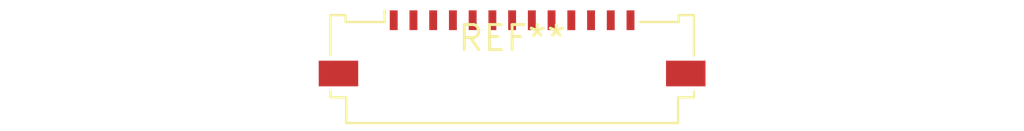
<source format=kicad_pcb>
(kicad_pcb (version 20240108) (generator pcbnew)
  (layers (0 "F.Cu" signal) (31 "B.Cu" signal) (34 "B.Paste" user) (35 "F.Paste" user) (36 "B.SilkS" user "B.Silkscreen") (37 "F.SilkS" user "F.Silkscreen") (38 "B.Mask" user) (39 "F.Mask" user) (44 "Edge.Cuts" user))
  (net 0 "")
  (footprint "Molex_200528-0130_1x13-1MP_P1.00mm_Horizontal" (layer "F.Cu") (at 0 0)
    (property "Reference" "REF**")
    (property "Value" "Molex_200528-0130_1x13-1MP_P1.00mm_Horizontal")
    (fp_line (start -9.21 -1.17) (end -9.21 0.88) (layer "F.SilkS") (stroke (width 0.12)))
    (fp_line (start -9.21 2.7) (end -9.21 3) (layer "F.SilkS") (stroke (width 0.12)))
    (fp_line (start -9.21 3) (end -8.41 3) (layer "F.SilkS") (stroke (width 0.12)))
    (fp_line (start -8.44 -1.17) (end -9.21 -1.17) (layer "F.SilkS") (stroke (width 0.12)))
    (fp_line (start -8.44 -0.82) (end -8.44 -1.17) (layer "F.SilkS") (stroke (width 0.12)))
    (fp_line (start -8.41 3) (end -8.41 4.3) (layer "F.SilkS") (stroke (width 0.12)))
    (fp_line (start -8.41 4.3) (end 8.41 4.3) (layer "F.SilkS") (stroke (width 0.12)))
    (fp_line (start -6.46 -1.41) (end -6.46 -0.82) (layer "F.SilkS") (stroke (width 0.12)))
    (fp_line (start -6.46 -0.82) (end -8.44 -0.82) (layer "F.SilkS") (stroke (width 0.12)))
    (fp_line (start 8.41 3) (end 9.21 3) (layer "F.SilkS") (stroke (width 0.12)))
    (fp_line (start 8.41 4.3) (end 8.41 3) (layer "F.SilkS") (stroke (width 0.12)))
    (fp_line (start 8.44 -1.17) (end 8.44 -0.82) (layer "F.SilkS") (stroke (width 0.12)))
    (fp_line (start 8.44 -0.82) (end 6.46 -0.82) (layer "F.SilkS") (stroke (width 0.12)))
    (fp_line (start 9.21 -1.17) (end 8.44 -1.17) (layer "F.SilkS") (stroke (width 0.12)))
    (fp_line (start 9.21 0.88) (end 9.21 -1.17) (layer "F.SilkS") (stroke (width 0.12)))
    (fp_line (start 9.21 3) (end 9.21 2.7) (layer "F.SilkS") (stroke (width 0.12)))
    (pad "1" smd rect (at -6 -0.91) (size 0.4 1) (layers "F.Cu" "F.Paste" "F.Mask"))
    (pad "2" smd rect (at -5 -0.91) (size 0.4 1) (layers "F.Cu" "F.Paste" "F.Mask"))
    (pad "3" smd rect (at -4 -0.91) (size 0.4 1) (layers "F.Cu" "F.Paste" "F.Mask"))
    (pad "4" smd rect (at -3 -0.91) (size 0.4 1) (layers "F.Cu" "F.Paste" "F.Mask"))
    (pad "5" smd rect (at -2 -0.91) (size 0.4 1) (layers "F.Cu" "F.Paste" "F.Mask"))
    (pad "6" smd rect (at -1 -0.91) (size 0.4 1) (layers "F.Cu" "F.Paste" "F.Mask"))
    (pad "7" smd rect (at 0 -0.91) (size 0.4 1) (layers "F.Cu" "F.Paste" "F.Mask"))
    (pad "8" smd rect (at 1 -0.91) (size 0.4 1) (layers "F.Cu" "F.Paste" "F.Mask"))
    (pad "9" smd rect (at 2 -0.91) (size 0.4 1) (layers "F.Cu" "F.Paste" "F.Mask"))
    (pad "10" smd rect (at 3 -0.91) (size 0.4 1) (layers "F.Cu" "F.Paste" "F.Mask"))
    (pad "11" smd rect (at 4 -0.91) (size 0.4 1) (layers "F.Cu" "F.Paste" "F.Mask"))
    (pad "12" smd rect (at 5 -0.91) (size 0.4 1) (layers "F.Cu" "F.Paste" "F.Mask"))
    (pad "13" smd rect (at 6 -0.91) (size 0.4 1) (layers "F.Cu" "F.Paste" "F.Mask"))
    (pad "MP" smd rect (at -8.8 1.79) (size 2 1.3) (layers "F.Cu" "F.Paste" "F.Mask"))
    (pad "MP" smd rect (at 8.8 1.79) (size 2 1.3) (layers "F.Cu" "F.Paste" "F.Mask"))
  )
)
</source>
